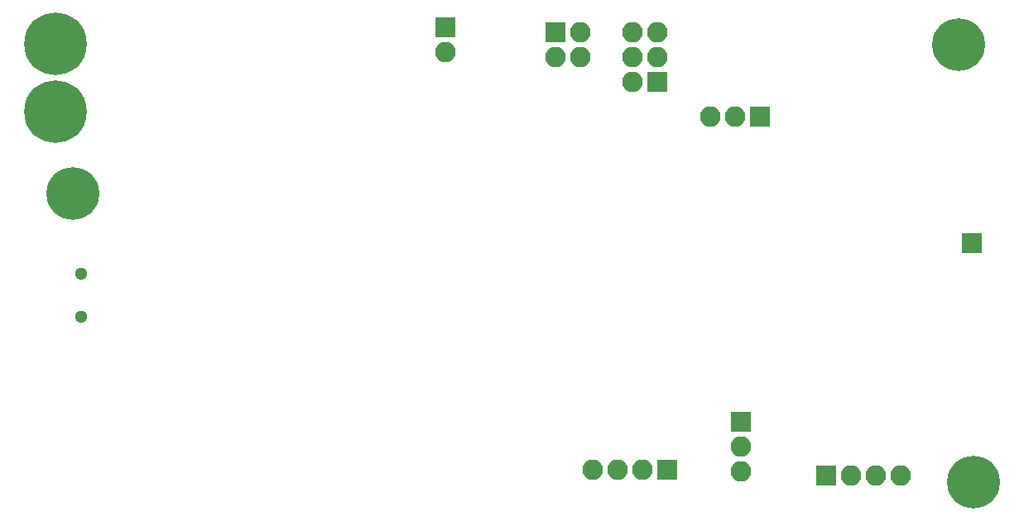
<source format=gbs>
G04 #@! TF.FileFunction,Soldermask,Bot*
%FSLAX46Y46*%
G04 Gerber Fmt 4.6, Leading zero omitted, Abs format (unit mm)*
G04 Created by KiCad (PCBNEW 4.0.7) date 06/23/18 17:57:27*
%MOMM*%
%LPD*%
G01*
G04 APERTURE LIST*
%ADD10C,0.100000*%
%ADD11C,1.300000*%
%ADD12C,6.400000*%
%ADD13R,2.100000X2.100000*%
%ADD14O,2.100000X2.100000*%
%ADD15C,5.400000*%
G04 APERTURE END LIST*
D10*
D11*
X66240000Y-77873500D03*
X66240000Y-82273500D03*
D12*
X63627000Y-61277500D03*
X63627000Y-54277500D03*
D13*
X126174500Y-97917000D03*
D14*
X123634500Y-97917000D03*
X121094500Y-97917000D03*
X118554500Y-97917000D03*
D13*
X103505000Y-52641500D03*
D14*
X103505000Y-55181500D03*
D13*
X125158500Y-58166000D03*
D14*
X122618500Y-58166000D03*
X125158500Y-55626000D03*
X122618500Y-55626000D03*
X125158500Y-53086000D03*
X122618500Y-53086000D03*
D13*
X114744500Y-53086000D03*
D14*
X117284500Y-53086000D03*
X114744500Y-55626000D03*
X117284500Y-55626000D03*
D13*
X133731000Y-93027500D03*
D14*
X133731000Y-95567500D03*
X133731000Y-98107500D03*
D13*
X135636000Y-61785500D03*
D14*
X133096000Y-61785500D03*
X130556000Y-61785500D03*
D13*
X157289500Y-74676000D03*
D15*
X155956000Y-54356000D03*
X157480000Y-99187000D03*
X65341500Y-69659500D03*
D13*
X142430500Y-98488500D03*
D14*
X144970500Y-98488500D03*
X147510500Y-98488500D03*
X150050500Y-98488500D03*
M02*

</source>
